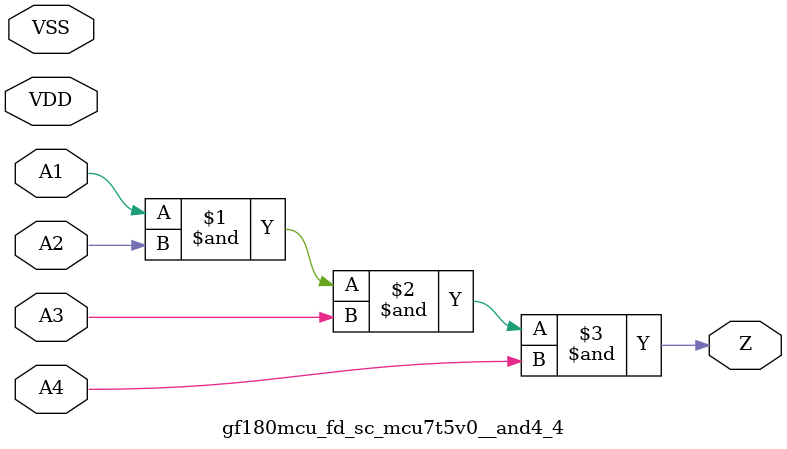
<source format=v>

module gf180mcu_fd_sc_mcu7t5v0__and4_4( A4, A3, A1, A2, Z, VDD, VSS );
input A1, A2, A3, A4;
inout VDD, VSS;
output Z;

	and MGM_BG_0( Z, A1, A2, A3, A4 );

endmodule

</source>
